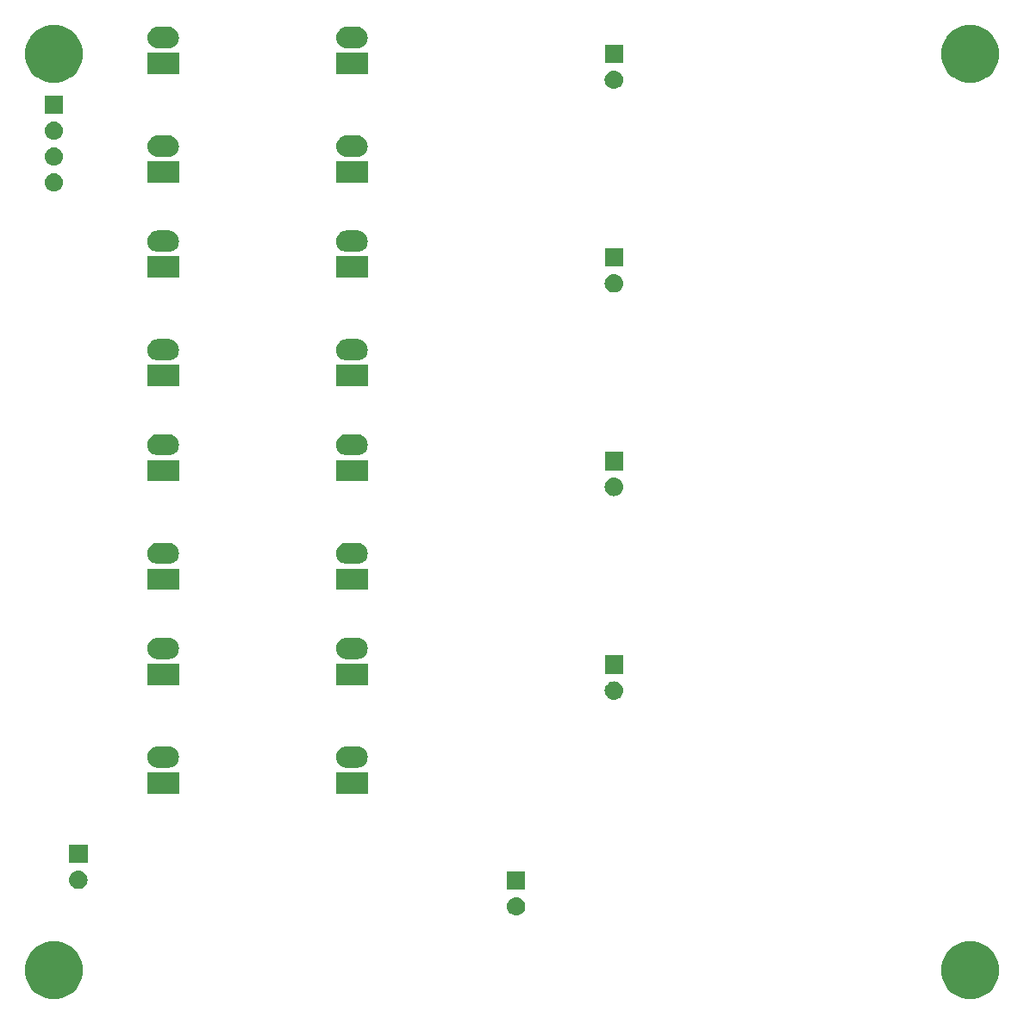
<source format=gbs>
G04 #@! TF.GenerationSoftware,KiCad,Pcbnew,5.1.2-f72e74a~84~ubuntu18.04.1*
G04 #@! TF.CreationDate,2019-05-25T15:58:10+08:00*
G04 #@! TF.ProjectId,power-board-tryout,706f7765-722d-4626-9f61-72642d747279,rev?*
G04 #@! TF.SameCoordinates,Original*
G04 #@! TF.FileFunction,Soldermask,Bot*
G04 #@! TF.FilePolarity,Negative*
%FSLAX46Y46*%
G04 Gerber Fmt 4.6, Leading zero omitted, Abs format (unit mm)*
G04 Created by KiCad (PCBNEW 5.1.2-f72e74a~84~ubuntu18.04.1) date 2019-05-25 15:58:10*
%MOMM*%
%LPD*%
G04 APERTURE LIST*
%ADD10C,1.200000*%
%ADD11C,0.100000*%
G04 APERTURE END LIST*
D10*
X56905000Y-55000000D02*
G75*
G03X56905000Y-55000000I-1905000J0D01*
G01*
X146905000Y-55000000D02*
G75*
G03X146905000Y-55000000I-1905000J0D01*
G01*
X56905000Y-145000000D02*
G75*
G03X56905000Y-145000000I-1905000J0D01*
G01*
X146905000Y-145000000D02*
G75*
G03X146905000Y-145000000I-1905000J0D01*
G01*
D11*
G36*
X145831313Y-142259523D02*
G01*
X146349980Y-142474362D01*
X146349981Y-142474363D01*
X146816769Y-142786260D01*
X147213740Y-143183231D01*
X147422143Y-143495129D01*
X147525638Y-143650020D01*
X147740477Y-144168687D01*
X147850000Y-144719298D01*
X147850000Y-145280702D01*
X147740477Y-145831313D01*
X147525638Y-146349980D01*
X147525637Y-146349981D01*
X147213740Y-146816769D01*
X146816769Y-147213740D01*
X146504871Y-147422143D01*
X146349980Y-147525638D01*
X145831313Y-147740477D01*
X145280702Y-147850000D01*
X144719298Y-147850000D01*
X144168687Y-147740477D01*
X143650020Y-147525638D01*
X143495129Y-147422143D01*
X143183231Y-147213740D01*
X142786260Y-146816769D01*
X142474363Y-146349981D01*
X142474362Y-146349980D01*
X142259523Y-145831313D01*
X142150000Y-145280702D01*
X142150000Y-144719298D01*
X142259523Y-144168687D01*
X142474362Y-143650020D01*
X142577857Y-143495129D01*
X142786260Y-143183231D01*
X143183231Y-142786260D01*
X143650019Y-142474363D01*
X143650020Y-142474362D01*
X144168687Y-142259523D01*
X144719298Y-142150000D01*
X145280702Y-142150000D01*
X145831313Y-142259523D01*
X145831313Y-142259523D01*
G37*
G36*
X55831313Y-142259523D02*
G01*
X56349980Y-142474362D01*
X56349981Y-142474363D01*
X56816769Y-142786260D01*
X57213740Y-143183231D01*
X57422143Y-143495129D01*
X57525638Y-143650020D01*
X57740477Y-144168687D01*
X57850000Y-144719298D01*
X57850000Y-145280702D01*
X57740477Y-145831313D01*
X57525638Y-146349980D01*
X57525637Y-146349981D01*
X57213740Y-146816769D01*
X56816769Y-147213740D01*
X56504871Y-147422143D01*
X56349980Y-147525638D01*
X55831313Y-147740477D01*
X55280702Y-147850000D01*
X54719298Y-147850000D01*
X54168687Y-147740477D01*
X53650020Y-147525638D01*
X53495129Y-147422143D01*
X53183231Y-147213740D01*
X52786260Y-146816769D01*
X52474363Y-146349981D01*
X52474362Y-146349980D01*
X52259523Y-145831313D01*
X52150000Y-145280702D01*
X52150000Y-144719298D01*
X52259523Y-144168687D01*
X52474362Y-143650020D01*
X52577857Y-143495129D01*
X52786260Y-143183231D01*
X53183231Y-142786260D01*
X53650019Y-142474363D01*
X53650020Y-142474362D01*
X54168687Y-142259523D01*
X54719298Y-142150000D01*
X55280702Y-142150000D01*
X55831313Y-142259523D01*
X55831313Y-142259523D01*
G37*
G36*
X100510442Y-137845518D02*
G01*
X100576627Y-137852037D01*
X100746466Y-137903557D01*
X100902991Y-137987222D01*
X100938729Y-138016552D01*
X101040186Y-138099814D01*
X101123448Y-138201271D01*
X101152778Y-138237009D01*
X101236443Y-138393534D01*
X101287963Y-138563373D01*
X101305359Y-138740000D01*
X101287963Y-138916627D01*
X101236443Y-139086466D01*
X101152778Y-139242991D01*
X101123448Y-139278729D01*
X101040186Y-139380186D01*
X100938729Y-139463448D01*
X100902991Y-139492778D01*
X100746466Y-139576443D01*
X100576627Y-139627963D01*
X100510442Y-139634482D01*
X100444260Y-139641000D01*
X100355740Y-139641000D01*
X100289558Y-139634482D01*
X100223373Y-139627963D01*
X100053534Y-139576443D01*
X99897009Y-139492778D01*
X99861271Y-139463448D01*
X99759814Y-139380186D01*
X99676552Y-139278729D01*
X99647222Y-139242991D01*
X99563557Y-139086466D01*
X99512037Y-138916627D01*
X99494641Y-138740000D01*
X99512037Y-138563373D01*
X99563557Y-138393534D01*
X99647222Y-138237009D01*
X99676552Y-138201271D01*
X99759814Y-138099814D01*
X99861271Y-138016552D01*
X99897009Y-137987222D01*
X100053534Y-137903557D01*
X100223373Y-137852037D01*
X100289558Y-137845518D01*
X100355740Y-137839000D01*
X100444260Y-137839000D01*
X100510442Y-137845518D01*
X100510442Y-137845518D01*
G37*
G36*
X101301000Y-137101000D02*
G01*
X99499000Y-137101000D01*
X99499000Y-135299000D01*
X101301000Y-135299000D01*
X101301000Y-137101000D01*
X101301000Y-137101000D01*
G37*
G36*
X57510443Y-135245519D02*
G01*
X57576627Y-135252037D01*
X57746466Y-135303557D01*
X57902991Y-135387222D01*
X57938729Y-135416552D01*
X58040186Y-135499814D01*
X58123448Y-135601271D01*
X58152778Y-135637009D01*
X58236443Y-135793534D01*
X58287963Y-135963373D01*
X58305359Y-136140000D01*
X58287963Y-136316627D01*
X58236443Y-136486466D01*
X58152778Y-136642991D01*
X58123448Y-136678729D01*
X58040186Y-136780186D01*
X57938729Y-136863448D01*
X57902991Y-136892778D01*
X57746466Y-136976443D01*
X57576627Y-137027963D01*
X57510442Y-137034482D01*
X57444260Y-137041000D01*
X57355740Y-137041000D01*
X57289558Y-137034482D01*
X57223373Y-137027963D01*
X57053534Y-136976443D01*
X56897009Y-136892778D01*
X56861271Y-136863448D01*
X56759814Y-136780186D01*
X56676552Y-136678729D01*
X56647222Y-136642991D01*
X56563557Y-136486466D01*
X56512037Y-136316627D01*
X56494641Y-136140000D01*
X56512037Y-135963373D01*
X56563557Y-135793534D01*
X56647222Y-135637009D01*
X56676552Y-135601271D01*
X56759814Y-135499814D01*
X56861271Y-135416552D01*
X56897009Y-135387222D01*
X57053534Y-135303557D01*
X57223373Y-135252037D01*
X57289557Y-135245519D01*
X57355740Y-135239000D01*
X57444260Y-135239000D01*
X57510443Y-135245519D01*
X57510443Y-135245519D01*
G37*
G36*
X58301000Y-134501000D02*
G01*
X56499000Y-134501000D01*
X56499000Y-132699000D01*
X58301000Y-132699000D01*
X58301000Y-134501000D01*
X58301000Y-134501000D01*
G37*
G36*
X67280000Y-127655000D02*
G01*
X64178000Y-127655000D01*
X64178000Y-125553000D01*
X67280000Y-125553000D01*
X67280000Y-127655000D01*
X67280000Y-127655000D01*
G37*
G36*
X85822000Y-127655000D02*
G01*
X82720000Y-127655000D01*
X82720000Y-125553000D01*
X85822000Y-125553000D01*
X85822000Y-127655000D01*
X85822000Y-127655000D01*
G37*
G36*
X66332097Y-123018069D02*
G01*
X66435032Y-123028207D01*
X66633146Y-123088305D01*
X66633149Y-123088306D01*
X66729975Y-123140061D01*
X66815729Y-123185897D01*
X66975765Y-123317235D01*
X67107103Y-123477271D01*
X67152939Y-123563025D01*
X67204694Y-123659851D01*
X67204695Y-123659854D01*
X67264793Y-123857968D01*
X67285085Y-124064000D01*
X67264793Y-124270032D01*
X67204695Y-124468146D01*
X67204694Y-124468149D01*
X67152939Y-124564975D01*
X67107103Y-124650729D01*
X66975765Y-124810765D01*
X66815729Y-124942103D01*
X66729975Y-124987939D01*
X66633149Y-125039694D01*
X66633146Y-125039695D01*
X66435032Y-125099793D01*
X66332097Y-125109931D01*
X66280631Y-125115000D01*
X65177369Y-125115000D01*
X65125903Y-125109931D01*
X65022968Y-125099793D01*
X64824854Y-125039695D01*
X64824851Y-125039694D01*
X64728025Y-124987939D01*
X64642271Y-124942103D01*
X64482235Y-124810765D01*
X64350897Y-124650729D01*
X64305061Y-124564975D01*
X64253306Y-124468149D01*
X64253305Y-124468146D01*
X64193207Y-124270032D01*
X64172915Y-124064000D01*
X64193207Y-123857968D01*
X64253305Y-123659854D01*
X64253306Y-123659851D01*
X64305061Y-123563025D01*
X64350897Y-123477271D01*
X64482235Y-123317235D01*
X64642271Y-123185897D01*
X64728025Y-123140061D01*
X64824851Y-123088306D01*
X64824854Y-123088305D01*
X65022968Y-123028207D01*
X65125903Y-123018069D01*
X65177369Y-123013000D01*
X66280631Y-123013000D01*
X66332097Y-123018069D01*
X66332097Y-123018069D01*
G37*
G36*
X84874097Y-123018069D02*
G01*
X84977032Y-123028207D01*
X85175146Y-123088305D01*
X85175149Y-123088306D01*
X85271975Y-123140061D01*
X85357729Y-123185897D01*
X85517765Y-123317235D01*
X85649103Y-123477271D01*
X85694939Y-123563025D01*
X85746694Y-123659851D01*
X85746695Y-123659854D01*
X85806793Y-123857968D01*
X85827085Y-124064000D01*
X85806793Y-124270032D01*
X85746695Y-124468146D01*
X85746694Y-124468149D01*
X85694939Y-124564975D01*
X85649103Y-124650729D01*
X85517765Y-124810765D01*
X85357729Y-124942103D01*
X85271975Y-124987939D01*
X85175149Y-125039694D01*
X85175146Y-125039695D01*
X84977032Y-125099793D01*
X84874097Y-125109931D01*
X84822631Y-125115000D01*
X83719369Y-125115000D01*
X83667903Y-125109931D01*
X83564968Y-125099793D01*
X83366854Y-125039695D01*
X83366851Y-125039694D01*
X83270025Y-124987939D01*
X83184271Y-124942103D01*
X83024235Y-124810765D01*
X82892897Y-124650729D01*
X82847061Y-124564975D01*
X82795306Y-124468149D01*
X82795305Y-124468146D01*
X82735207Y-124270032D01*
X82714915Y-124064000D01*
X82735207Y-123857968D01*
X82795305Y-123659854D01*
X82795306Y-123659851D01*
X82847061Y-123563025D01*
X82892897Y-123477271D01*
X83024235Y-123317235D01*
X83184271Y-123185897D01*
X83270025Y-123140061D01*
X83366851Y-123088306D01*
X83366854Y-123088305D01*
X83564968Y-123028207D01*
X83667903Y-123018069D01*
X83719369Y-123013000D01*
X84822631Y-123013000D01*
X84874097Y-123018069D01*
X84874097Y-123018069D01*
G37*
G36*
X110110442Y-116645518D02*
G01*
X110176627Y-116652037D01*
X110346466Y-116703557D01*
X110502991Y-116787222D01*
X110538729Y-116816552D01*
X110640186Y-116899814D01*
X110723448Y-117001271D01*
X110752778Y-117037009D01*
X110836443Y-117193534D01*
X110887963Y-117363373D01*
X110905359Y-117540000D01*
X110887963Y-117716627D01*
X110836443Y-117886466D01*
X110752778Y-118042991D01*
X110723448Y-118078729D01*
X110640186Y-118180186D01*
X110538729Y-118263448D01*
X110502991Y-118292778D01*
X110346466Y-118376443D01*
X110176627Y-118427963D01*
X110110442Y-118434482D01*
X110044260Y-118441000D01*
X109955740Y-118441000D01*
X109889558Y-118434482D01*
X109823373Y-118427963D01*
X109653534Y-118376443D01*
X109497009Y-118292778D01*
X109461271Y-118263448D01*
X109359814Y-118180186D01*
X109276552Y-118078729D01*
X109247222Y-118042991D01*
X109163557Y-117886466D01*
X109112037Y-117716627D01*
X109094641Y-117540000D01*
X109112037Y-117363373D01*
X109163557Y-117193534D01*
X109247222Y-117037009D01*
X109276552Y-117001271D01*
X109359814Y-116899814D01*
X109461271Y-116816552D01*
X109497009Y-116787222D01*
X109653534Y-116703557D01*
X109823373Y-116652037D01*
X109889558Y-116645518D01*
X109955740Y-116639000D01*
X110044260Y-116639000D01*
X110110442Y-116645518D01*
X110110442Y-116645518D01*
G37*
G36*
X67280000Y-116987000D02*
G01*
X64178000Y-116987000D01*
X64178000Y-114885000D01*
X67280000Y-114885000D01*
X67280000Y-116987000D01*
X67280000Y-116987000D01*
G37*
G36*
X85822000Y-116987000D02*
G01*
X82720000Y-116987000D01*
X82720000Y-114885000D01*
X85822000Y-114885000D01*
X85822000Y-116987000D01*
X85822000Y-116987000D01*
G37*
G36*
X110901000Y-115901000D02*
G01*
X109099000Y-115901000D01*
X109099000Y-114099000D01*
X110901000Y-114099000D01*
X110901000Y-115901000D01*
X110901000Y-115901000D01*
G37*
G36*
X84874097Y-112350069D02*
G01*
X84977032Y-112360207D01*
X85175146Y-112420305D01*
X85175149Y-112420306D01*
X85271975Y-112472061D01*
X85357729Y-112517897D01*
X85517765Y-112649235D01*
X85649103Y-112809271D01*
X85694939Y-112895025D01*
X85746694Y-112991851D01*
X85746695Y-112991854D01*
X85806793Y-113189968D01*
X85827085Y-113396000D01*
X85806793Y-113602032D01*
X85746695Y-113800146D01*
X85746694Y-113800149D01*
X85694939Y-113896975D01*
X85649103Y-113982729D01*
X85517765Y-114142765D01*
X85357729Y-114274103D01*
X85271975Y-114319939D01*
X85175149Y-114371694D01*
X85175146Y-114371695D01*
X84977032Y-114431793D01*
X84874097Y-114441931D01*
X84822631Y-114447000D01*
X83719369Y-114447000D01*
X83667903Y-114441931D01*
X83564968Y-114431793D01*
X83366854Y-114371695D01*
X83366851Y-114371694D01*
X83270025Y-114319939D01*
X83184271Y-114274103D01*
X83024235Y-114142765D01*
X82892897Y-113982729D01*
X82847061Y-113896975D01*
X82795306Y-113800149D01*
X82795305Y-113800146D01*
X82735207Y-113602032D01*
X82714915Y-113396000D01*
X82735207Y-113189968D01*
X82795305Y-112991854D01*
X82795306Y-112991851D01*
X82847061Y-112895025D01*
X82892897Y-112809271D01*
X83024235Y-112649235D01*
X83184271Y-112517897D01*
X83270025Y-112472061D01*
X83366851Y-112420306D01*
X83366854Y-112420305D01*
X83564968Y-112360207D01*
X83667903Y-112350069D01*
X83719369Y-112345000D01*
X84822631Y-112345000D01*
X84874097Y-112350069D01*
X84874097Y-112350069D01*
G37*
G36*
X66332097Y-112350069D02*
G01*
X66435032Y-112360207D01*
X66633146Y-112420305D01*
X66633149Y-112420306D01*
X66729975Y-112472061D01*
X66815729Y-112517897D01*
X66975765Y-112649235D01*
X67107103Y-112809271D01*
X67152939Y-112895025D01*
X67204694Y-112991851D01*
X67204695Y-112991854D01*
X67264793Y-113189968D01*
X67285085Y-113396000D01*
X67264793Y-113602032D01*
X67204695Y-113800146D01*
X67204694Y-113800149D01*
X67152939Y-113896975D01*
X67107103Y-113982729D01*
X66975765Y-114142765D01*
X66815729Y-114274103D01*
X66729975Y-114319939D01*
X66633149Y-114371694D01*
X66633146Y-114371695D01*
X66435032Y-114431793D01*
X66332097Y-114441931D01*
X66280631Y-114447000D01*
X65177369Y-114447000D01*
X65125903Y-114441931D01*
X65022968Y-114431793D01*
X64824854Y-114371695D01*
X64824851Y-114371694D01*
X64728025Y-114319939D01*
X64642271Y-114274103D01*
X64482235Y-114142765D01*
X64350897Y-113982729D01*
X64305061Y-113896975D01*
X64253306Y-113800149D01*
X64253305Y-113800146D01*
X64193207Y-113602032D01*
X64172915Y-113396000D01*
X64193207Y-113189968D01*
X64253305Y-112991854D01*
X64253306Y-112991851D01*
X64305061Y-112895025D01*
X64350897Y-112809271D01*
X64482235Y-112649235D01*
X64642271Y-112517897D01*
X64728025Y-112472061D01*
X64824851Y-112420306D01*
X64824854Y-112420305D01*
X65022968Y-112360207D01*
X65125903Y-112350069D01*
X65177369Y-112345000D01*
X66280631Y-112345000D01*
X66332097Y-112350069D01*
X66332097Y-112350069D01*
G37*
G36*
X85822000Y-107655000D02*
G01*
X82720000Y-107655000D01*
X82720000Y-105553000D01*
X85822000Y-105553000D01*
X85822000Y-107655000D01*
X85822000Y-107655000D01*
G37*
G36*
X67280000Y-107655000D02*
G01*
X64178000Y-107655000D01*
X64178000Y-105553000D01*
X67280000Y-105553000D01*
X67280000Y-107655000D01*
X67280000Y-107655000D01*
G37*
G36*
X66332097Y-103018069D02*
G01*
X66435032Y-103028207D01*
X66633146Y-103088305D01*
X66633149Y-103088306D01*
X66729975Y-103140061D01*
X66815729Y-103185897D01*
X66975765Y-103317235D01*
X67107103Y-103477271D01*
X67152939Y-103563025D01*
X67204694Y-103659851D01*
X67204695Y-103659854D01*
X67264793Y-103857968D01*
X67285085Y-104064000D01*
X67264793Y-104270032D01*
X67204695Y-104468146D01*
X67204694Y-104468149D01*
X67152939Y-104564975D01*
X67107103Y-104650729D01*
X66975765Y-104810765D01*
X66815729Y-104942103D01*
X66729975Y-104987939D01*
X66633149Y-105039694D01*
X66633146Y-105039695D01*
X66435032Y-105099793D01*
X66332097Y-105109931D01*
X66280631Y-105115000D01*
X65177369Y-105115000D01*
X65125903Y-105109931D01*
X65022968Y-105099793D01*
X64824854Y-105039695D01*
X64824851Y-105039694D01*
X64728025Y-104987939D01*
X64642271Y-104942103D01*
X64482235Y-104810765D01*
X64350897Y-104650729D01*
X64305061Y-104564975D01*
X64253306Y-104468149D01*
X64253305Y-104468146D01*
X64193207Y-104270032D01*
X64172915Y-104064000D01*
X64193207Y-103857968D01*
X64253305Y-103659854D01*
X64253306Y-103659851D01*
X64305061Y-103563025D01*
X64350897Y-103477271D01*
X64482235Y-103317235D01*
X64642271Y-103185897D01*
X64728025Y-103140061D01*
X64824851Y-103088306D01*
X64824854Y-103088305D01*
X65022968Y-103028207D01*
X65125903Y-103018069D01*
X65177369Y-103013000D01*
X66280631Y-103013000D01*
X66332097Y-103018069D01*
X66332097Y-103018069D01*
G37*
G36*
X84874097Y-103018069D02*
G01*
X84977032Y-103028207D01*
X85175146Y-103088305D01*
X85175149Y-103088306D01*
X85271975Y-103140061D01*
X85357729Y-103185897D01*
X85517765Y-103317235D01*
X85649103Y-103477271D01*
X85694939Y-103563025D01*
X85746694Y-103659851D01*
X85746695Y-103659854D01*
X85806793Y-103857968D01*
X85827085Y-104064000D01*
X85806793Y-104270032D01*
X85746695Y-104468146D01*
X85746694Y-104468149D01*
X85694939Y-104564975D01*
X85649103Y-104650729D01*
X85517765Y-104810765D01*
X85357729Y-104942103D01*
X85271975Y-104987939D01*
X85175149Y-105039694D01*
X85175146Y-105039695D01*
X84977032Y-105099793D01*
X84874097Y-105109931D01*
X84822631Y-105115000D01*
X83719369Y-105115000D01*
X83667903Y-105109931D01*
X83564968Y-105099793D01*
X83366854Y-105039695D01*
X83366851Y-105039694D01*
X83270025Y-104987939D01*
X83184271Y-104942103D01*
X83024235Y-104810765D01*
X82892897Y-104650729D01*
X82847061Y-104564975D01*
X82795306Y-104468149D01*
X82795305Y-104468146D01*
X82735207Y-104270032D01*
X82714915Y-104064000D01*
X82735207Y-103857968D01*
X82795305Y-103659854D01*
X82795306Y-103659851D01*
X82847061Y-103563025D01*
X82892897Y-103477271D01*
X83024235Y-103317235D01*
X83184271Y-103185897D01*
X83270025Y-103140061D01*
X83366851Y-103088306D01*
X83366854Y-103088305D01*
X83564968Y-103028207D01*
X83667903Y-103018069D01*
X83719369Y-103013000D01*
X84822631Y-103013000D01*
X84874097Y-103018069D01*
X84874097Y-103018069D01*
G37*
G36*
X110110442Y-96645518D02*
G01*
X110176627Y-96652037D01*
X110346466Y-96703557D01*
X110502991Y-96787222D01*
X110538729Y-96816552D01*
X110640186Y-96899814D01*
X110723448Y-97001271D01*
X110752778Y-97037009D01*
X110836443Y-97193534D01*
X110887963Y-97363373D01*
X110905359Y-97540000D01*
X110887963Y-97716627D01*
X110836443Y-97886466D01*
X110752778Y-98042991D01*
X110723448Y-98078729D01*
X110640186Y-98180186D01*
X110538729Y-98263448D01*
X110502991Y-98292778D01*
X110346466Y-98376443D01*
X110176627Y-98427963D01*
X110110442Y-98434482D01*
X110044260Y-98441000D01*
X109955740Y-98441000D01*
X109889557Y-98434481D01*
X109823373Y-98427963D01*
X109653534Y-98376443D01*
X109497009Y-98292778D01*
X109461271Y-98263448D01*
X109359814Y-98180186D01*
X109276552Y-98078729D01*
X109247222Y-98042991D01*
X109163557Y-97886466D01*
X109112037Y-97716627D01*
X109094641Y-97540000D01*
X109112037Y-97363373D01*
X109163557Y-97193534D01*
X109247222Y-97037009D01*
X109276552Y-97001271D01*
X109359814Y-96899814D01*
X109461271Y-96816552D01*
X109497009Y-96787222D01*
X109653534Y-96703557D01*
X109823373Y-96652037D01*
X109889558Y-96645518D01*
X109955740Y-96639000D01*
X110044260Y-96639000D01*
X110110442Y-96645518D01*
X110110442Y-96645518D01*
G37*
G36*
X85822000Y-96987000D02*
G01*
X82720000Y-96987000D01*
X82720000Y-94885000D01*
X85822000Y-94885000D01*
X85822000Y-96987000D01*
X85822000Y-96987000D01*
G37*
G36*
X67280000Y-96987000D02*
G01*
X64178000Y-96987000D01*
X64178000Y-94885000D01*
X67280000Y-94885000D01*
X67280000Y-96987000D01*
X67280000Y-96987000D01*
G37*
G36*
X110901000Y-95901000D02*
G01*
X109099000Y-95901000D01*
X109099000Y-94099000D01*
X110901000Y-94099000D01*
X110901000Y-95901000D01*
X110901000Y-95901000D01*
G37*
G36*
X66332097Y-92350069D02*
G01*
X66435032Y-92360207D01*
X66633146Y-92420305D01*
X66633149Y-92420306D01*
X66729975Y-92472061D01*
X66815729Y-92517897D01*
X66975765Y-92649235D01*
X67107103Y-92809271D01*
X67152939Y-92895025D01*
X67204694Y-92991851D01*
X67204695Y-92991854D01*
X67264793Y-93189968D01*
X67285085Y-93396000D01*
X67264793Y-93602032D01*
X67204695Y-93800146D01*
X67204694Y-93800149D01*
X67152939Y-93896975D01*
X67107103Y-93982729D01*
X66975765Y-94142765D01*
X66815729Y-94274103D01*
X66729975Y-94319939D01*
X66633149Y-94371694D01*
X66633146Y-94371695D01*
X66435032Y-94431793D01*
X66332097Y-94441931D01*
X66280631Y-94447000D01*
X65177369Y-94447000D01*
X65125903Y-94441931D01*
X65022968Y-94431793D01*
X64824854Y-94371695D01*
X64824851Y-94371694D01*
X64728025Y-94319939D01*
X64642271Y-94274103D01*
X64482235Y-94142765D01*
X64350897Y-93982729D01*
X64305061Y-93896975D01*
X64253306Y-93800149D01*
X64253305Y-93800146D01*
X64193207Y-93602032D01*
X64172915Y-93396000D01*
X64193207Y-93189968D01*
X64253305Y-92991854D01*
X64253306Y-92991851D01*
X64305061Y-92895025D01*
X64350897Y-92809271D01*
X64482235Y-92649235D01*
X64642271Y-92517897D01*
X64728025Y-92472061D01*
X64824851Y-92420306D01*
X64824854Y-92420305D01*
X65022968Y-92360207D01*
X65125903Y-92350069D01*
X65177369Y-92345000D01*
X66280631Y-92345000D01*
X66332097Y-92350069D01*
X66332097Y-92350069D01*
G37*
G36*
X84874097Y-92350069D02*
G01*
X84977032Y-92360207D01*
X85175146Y-92420305D01*
X85175149Y-92420306D01*
X85271975Y-92472061D01*
X85357729Y-92517897D01*
X85517765Y-92649235D01*
X85649103Y-92809271D01*
X85694939Y-92895025D01*
X85746694Y-92991851D01*
X85746695Y-92991854D01*
X85806793Y-93189968D01*
X85827085Y-93396000D01*
X85806793Y-93602032D01*
X85746695Y-93800146D01*
X85746694Y-93800149D01*
X85694939Y-93896975D01*
X85649103Y-93982729D01*
X85517765Y-94142765D01*
X85357729Y-94274103D01*
X85271975Y-94319939D01*
X85175149Y-94371694D01*
X85175146Y-94371695D01*
X84977032Y-94431793D01*
X84874097Y-94441931D01*
X84822631Y-94447000D01*
X83719369Y-94447000D01*
X83667903Y-94441931D01*
X83564968Y-94431793D01*
X83366854Y-94371695D01*
X83366851Y-94371694D01*
X83270025Y-94319939D01*
X83184271Y-94274103D01*
X83024235Y-94142765D01*
X82892897Y-93982729D01*
X82847061Y-93896975D01*
X82795306Y-93800149D01*
X82795305Y-93800146D01*
X82735207Y-93602032D01*
X82714915Y-93396000D01*
X82735207Y-93189968D01*
X82795305Y-92991854D01*
X82795306Y-92991851D01*
X82847061Y-92895025D01*
X82892897Y-92809271D01*
X83024235Y-92649235D01*
X83184271Y-92517897D01*
X83270025Y-92472061D01*
X83366851Y-92420306D01*
X83366854Y-92420305D01*
X83564968Y-92360207D01*
X83667903Y-92350069D01*
X83719369Y-92345000D01*
X84822631Y-92345000D01*
X84874097Y-92350069D01*
X84874097Y-92350069D01*
G37*
G36*
X85822000Y-87655000D02*
G01*
X82720000Y-87655000D01*
X82720000Y-85553000D01*
X85822000Y-85553000D01*
X85822000Y-87655000D01*
X85822000Y-87655000D01*
G37*
G36*
X67280000Y-87655000D02*
G01*
X64178000Y-87655000D01*
X64178000Y-85553000D01*
X67280000Y-85553000D01*
X67280000Y-87655000D01*
X67280000Y-87655000D01*
G37*
G36*
X84874097Y-83018069D02*
G01*
X84977032Y-83028207D01*
X85175146Y-83088305D01*
X85175149Y-83088306D01*
X85271975Y-83140061D01*
X85357729Y-83185897D01*
X85517765Y-83317235D01*
X85649103Y-83477271D01*
X85694939Y-83563025D01*
X85746694Y-83659851D01*
X85746695Y-83659854D01*
X85806793Y-83857968D01*
X85827085Y-84064000D01*
X85806793Y-84270032D01*
X85746695Y-84468146D01*
X85746694Y-84468149D01*
X85694939Y-84564975D01*
X85649103Y-84650729D01*
X85517765Y-84810765D01*
X85357729Y-84942103D01*
X85271975Y-84987939D01*
X85175149Y-85039694D01*
X85175146Y-85039695D01*
X84977032Y-85099793D01*
X84874097Y-85109931D01*
X84822631Y-85115000D01*
X83719369Y-85115000D01*
X83667903Y-85109931D01*
X83564968Y-85099793D01*
X83366854Y-85039695D01*
X83366851Y-85039694D01*
X83270025Y-84987939D01*
X83184271Y-84942103D01*
X83024235Y-84810765D01*
X82892897Y-84650729D01*
X82847061Y-84564975D01*
X82795306Y-84468149D01*
X82795305Y-84468146D01*
X82735207Y-84270032D01*
X82714915Y-84064000D01*
X82735207Y-83857968D01*
X82795305Y-83659854D01*
X82795306Y-83659851D01*
X82847061Y-83563025D01*
X82892897Y-83477271D01*
X83024235Y-83317235D01*
X83184271Y-83185897D01*
X83270025Y-83140061D01*
X83366851Y-83088306D01*
X83366854Y-83088305D01*
X83564968Y-83028207D01*
X83667903Y-83018069D01*
X83719369Y-83013000D01*
X84822631Y-83013000D01*
X84874097Y-83018069D01*
X84874097Y-83018069D01*
G37*
G36*
X66332097Y-83018069D02*
G01*
X66435032Y-83028207D01*
X66633146Y-83088305D01*
X66633149Y-83088306D01*
X66729975Y-83140061D01*
X66815729Y-83185897D01*
X66975765Y-83317235D01*
X67107103Y-83477271D01*
X67152939Y-83563025D01*
X67204694Y-83659851D01*
X67204695Y-83659854D01*
X67264793Y-83857968D01*
X67285085Y-84064000D01*
X67264793Y-84270032D01*
X67204695Y-84468146D01*
X67204694Y-84468149D01*
X67152939Y-84564975D01*
X67107103Y-84650729D01*
X66975765Y-84810765D01*
X66815729Y-84942103D01*
X66729975Y-84987939D01*
X66633149Y-85039694D01*
X66633146Y-85039695D01*
X66435032Y-85099793D01*
X66332097Y-85109931D01*
X66280631Y-85115000D01*
X65177369Y-85115000D01*
X65125903Y-85109931D01*
X65022968Y-85099793D01*
X64824854Y-85039695D01*
X64824851Y-85039694D01*
X64728025Y-84987939D01*
X64642271Y-84942103D01*
X64482235Y-84810765D01*
X64350897Y-84650729D01*
X64305061Y-84564975D01*
X64253306Y-84468149D01*
X64253305Y-84468146D01*
X64193207Y-84270032D01*
X64172915Y-84064000D01*
X64193207Y-83857968D01*
X64253305Y-83659854D01*
X64253306Y-83659851D01*
X64305061Y-83563025D01*
X64350897Y-83477271D01*
X64482235Y-83317235D01*
X64642271Y-83185897D01*
X64728025Y-83140061D01*
X64824851Y-83088306D01*
X64824854Y-83088305D01*
X65022968Y-83028207D01*
X65125903Y-83018069D01*
X65177369Y-83013000D01*
X66280631Y-83013000D01*
X66332097Y-83018069D01*
X66332097Y-83018069D01*
G37*
G36*
X110110442Y-76645518D02*
G01*
X110176627Y-76652037D01*
X110346466Y-76703557D01*
X110502991Y-76787222D01*
X110538729Y-76816552D01*
X110640186Y-76899814D01*
X110723448Y-77001271D01*
X110752778Y-77037009D01*
X110836443Y-77193534D01*
X110887963Y-77363373D01*
X110905359Y-77540000D01*
X110887963Y-77716627D01*
X110836443Y-77886466D01*
X110752778Y-78042991D01*
X110723448Y-78078729D01*
X110640186Y-78180186D01*
X110538729Y-78263448D01*
X110502991Y-78292778D01*
X110346466Y-78376443D01*
X110176627Y-78427963D01*
X110110442Y-78434482D01*
X110044260Y-78441000D01*
X109955740Y-78441000D01*
X109889558Y-78434482D01*
X109823373Y-78427963D01*
X109653534Y-78376443D01*
X109497009Y-78292778D01*
X109461271Y-78263448D01*
X109359814Y-78180186D01*
X109276552Y-78078729D01*
X109247222Y-78042991D01*
X109163557Y-77886466D01*
X109112037Y-77716627D01*
X109094641Y-77540000D01*
X109112037Y-77363373D01*
X109163557Y-77193534D01*
X109247222Y-77037009D01*
X109276552Y-77001271D01*
X109359814Y-76899814D01*
X109461271Y-76816552D01*
X109497009Y-76787222D01*
X109653534Y-76703557D01*
X109823373Y-76652037D01*
X109889558Y-76645518D01*
X109955740Y-76639000D01*
X110044260Y-76639000D01*
X110110442Y-76645518D01*
X110110442Y-76645518D01*
G37*
G36*
X85822000Y-76987000D02*
G01*
X82720000Y-76987000D01*
X82720000Y-74885000D01*
X85822000Y-74885000D01*
X85822000Y-76987000D01*
X85822000Y-76987000D01*
G37*
G36*
X67280000Y-76987000D02*
G01*
X64178000Y-76987000D01*
X64178000Y-74885000D01*
X67280000Y-74885000D01*
X67280000Y-76987000D01*
X67280000Y-76987000D01*
G37*
G36*
X110901000Y-75901000D02*
G01*
X109099000Y-75901000D01*
X109099000Y-74099000D01*
X110901000Y-74099000D01*
X110901000Y-75901000D01*
X110901000Y-75901000D01*
G37*
G36*
X66332097Y-72350069D02*
G01*
X66435032Y-72360207D01*
X66633146Y-72420305D01*
X66633149Y-72420306D01*
X66729975Y-72472061D01*
X66815729Y-72517897D01*
X66975765Y-72649235D01*
X67107103Y-72809271D01*
X67152939Y-72895025D01*
X67204694Y-72991851D01*
X67204695Y-72991854D01*
X67264793Y-73189968D01*
X67285085Y-73396000D01*
X67264793Y-73602032D01*
X67204695Y-73800146D01*
X67204694Y-73800149D01*
X67152939Y-73896975D01*
X67107103Y-73982729D01*
X66975765Y-74142765D01*
X66815729Y-74274103D01*
X66729975Y-74319939D01*
X66633149Y-74371694D01*
X66633146Y-74371695D01*
X66435032Y-74431793D01*
X66332097Y-74441931D01*
X66280631Y-74447000D01*
X65177369Y-74447000D01*
X65125903Y-74441931D01*
X65022968Y-74431793D01*
X64824854Y-74371695D01*
X64824851Y-74371694D01*
X64728025Y-74319939D01*
X64642271Y-74274103D01*
X64482235Y-74142765D01*
X64350897Y-73982729D01*
X64305061Y-73896975D01*
X64253306Y-73800149D01*
X64253305Y-73800146D01*
X64193207Y-73602032D01*
X64172915Y-73396000D01*
X64193207Y-73189968D01*
X64253305Y-72991854D01*
X64253306Y-72991851D01*
X64305061Y-72895025D01*
X64350897Y-72809271D01*
X64482235Y-72649235D01*
X64642271Y-72517897D01*
X64728025Y-72472061D01*
X64824851Y-72420306D01*
X64824854Y-72420305D01*
X65022968Y-72360207D01*
X65125903Y-72350069D01*
X65177369Y-72345000D01*
X66280631Y-72345000D01*
X66332097Y-72350069D01*
X66332097Y-72350069D01*
G37*
G36*
X84874097Y-72350069D02*
G01*
X84977032Y-72360207D01*
X85175146Y-72420305D01*
X85175149Y-72420306D01*
X85271975Y-72472061D01*
X85357729Y-72517897D01*
X85517765Y-72649235D01*
X85649103Y-72809271D01*
X85694939Y-72895025D01*
X85746694Y-72991851D01*
X85746695Y-72991854D01*
X85806793Y-73189968D01*
X85827085Y-73396000D01*
X85806793Y-73602032D01*
X85746695Y-73800146D01*
X85746694Y-73800149D01*
X85694939Y-73896975D01*
X85649103Y-73982729D01*
X85517765Y-74142765D01*
X85357729Y-74274103D01*
X85271975Y-74319939D01*
X85175149Y-74371694D01*
X85175146Y-74371695D01*
X84977032Y-74431793D01*
X84874097Y-74441931D01*
X84822631Y-74447000D01*
X83719369Y-74447000D01*
X83667903Y-74441931D01*
X83564968Y-74431793D01*
X83366854Y-74371695D01*
X83366851Y-74371694D01*
X83270025Y-74319939D01*
X83184271Y-74274103D01*
X83024235Y-74142765D01*
X82892897Y-73982729D01*
X82847061Y-73896975D01*
X82795306Y-73800149D01*
X82795305Y-73800146D01*
X82735207Y-73602032D01*
X82714915Y-73396000D01*
X82735207Y-73189968D01*
X82795305Y-72991854D01*
X82795306Y-72991851D01*
X82847061Y-72895025D01*
X82892897Y-72809271D01*
X83024235Y-72649235D01*
X83184271Y-72517897D01*
X83270025Y-72472061D01*
X83366851Y-72420306D01*
X83366854Y-72420305D01*
X83564968Y-72360207D01*
X83667903Y-72350069D01*
X83719369Y-72345000D01*
X84822631Y-72345000D01*
X84874097Y-72350069D01*
X84874097Y-72350069D01*
G37*
G36*
X55110443Y-66725519D02*
G01*
X55176627Y-66732037D01*
X55346466Y-66783557D01*
X55502991Y-66867222D01*
X55538729Y-66896552D01*
X55640186Y-66979814D01*
X55723448Y-67081271D01*
X55752778Y-67117009D01*
X55836443Y-67273534D01*
X55887963Y-67443373D01*
X55905359Y-67620000D01*
X55887963Y-67796627D01*
X55836443Y-67966466D01*
X55752778Y-68122991D01*
X55723448Y-68158729D01*
X55640186Y-68260186D01*
X55538729Y-68343448D01*
X55502991Y-68372778D01*
X55346466Y-68456443D01*
X55176627Y-68507963D01*
X55110442Y-68514482D01*
X55044260Y-68521000D01*
X54955740Y-68521000D01*
X54889558Y-68514482D01*
X54823373Y-68507963D01*
X54653534Y-68456443D01*
X54497009Y-68372778D01*
X54461271Y-68343448D01*
X54359814Y-68260186D01*
X54276552Y-68158729D01*
X54247222Y-68122991D01*
X54163557Y-67966466D01*
X54112037Y-67796627D01*
X54094641Y-67620000D01*
X54112037Y-67443373D01*
X54163557Y-67273534D01*
X54247222Y-67117009D01*
X54276552Y-67081271D01*
X54359814Y-66979814D01*
X54461271Y-66896552D01*
X54497009Y-66867222D01*
X54653534Y-66783557D01*
X54823373Y-66732037D01*
X54889557Y-66725519D01*
X54955740Y-66719000D01*
X55044260Y-66719000D01*
X55110443Y-66725519D01*
X55110443Y-66725519D01*
G37*
G36*
X67280000Y-67655000D02*
G01*
X64178000Y-67655000D01*
X64178000Y-65553000D01*
X67280000Y-65553000D01*
X67280000Y-67655000D01*
X67280000Y-67655000D01*
G37*
G36*
X85822000Y-67655000D02*
G01*
X82720000Y-67655000D01*
X82720000Y-65553000D01*
X85822000Y-65553000D01*
X85822000Y-67655000D01*
X85822000Y-67655000D01*
G37*
G36*
X55110442Y-64185518D02*
G01*
X55176627Y-64192037D01*
X55346466Y-64243557D01*
X55502991Y-64327222D01*
X55538729Y-64356552D01*
X55640186Y-64439814D01*
X55723448Y-64541271D01*
X55752778Y-64577009D01*
X55836443Y-64733534D01*
X55887963Y-64903373D01*
X55905359Y-65080000D01*
X55887963Y-65256627D01*
X55836443Y-65426466D01*
X55752778Y-65582991D01*
X55723448Y-65618729D01*
X55640186Y-65720186D01*
X55538729Y-65803448D01*
X55502991Y-65832778D01*
X55346466Y-65916443D01*
X55176627Y-65967963D01*
X55110443Y-65974481D01*
X55044260Y-65981000D01*
X54955740Y-65981000D01*
X54889557Y-65974481D01*
X54823373Y-65967963D01*
X54653534Y-65916443D01*
X54497009Y-65832778D01*
X54461271Y-65803448D01*
X54359814Y-65720186D01*
X54276552Y-65618729D01*
X54247222Y-65582991D01*
X54163557Y-65426466D01*
X54112037Y-65256627D01*
X54094641Y-65080000D01*
X54112037Y-64903373D01*
X54163557Y-64733534D01*
X54247222Y-64577009D01*
X54276552Y-64541271D01*
X54359814Y-64439814D01*
X54461271Y-64356552D01*
X54497009Y-64327222D01*
X54653534Y-64243557D01*
X54823373Y-64192037D01*
X54889558Y-64185518D01*
X54955740Y-64179000D01*
X55044260Y-64179000D01*
X55110442Y-64185518D01*
X55110442Y-64185518D01*
G37*
G36*
X84874097Y-63018069D02*
G01*
X84977032Y-63028207D01*
X85175146Y-63088305D01*
X85175149Y-63088306D01*
X85271975Y-63140061D01*
X85357729Y-63185897D01*
X85517765Y-63317235D01*
X85649103Y-63477271D01*
X85694939Y-63563025D01*
X85746694Y-63659851D01*
X85746695Y-63659854D01*
X85806793Y-63857968D01*
X85827085Y-64064000D01*
X85806793Y-64270032D01*
X85755289Y-64439815D01*
X85746694Y-64468149D01*
X85694939Y-64564975D01*
X85649103Y-64650729D01*
X85517765Y-64810765D01*
X85357729Y-64942103D01*
X85271975Y-64987939D01*
X85175149Y-65039694D01*
X85175146Y-65039695D01*
X84977032Y-65099793D01*
X84874097Y-65109931D01*
X84822631Y-65115000D01*
X83719369Y-65115000D01*
X83667903Y-65109931D01*
X83564968Y-65099793D01*
X83366854Y-65039695D01*
X83366851Y-65039694D01*
X83270025Y-64987939D01*
X83184271Y-64942103D01*
X83024235Y-64810765D01*
X82892897Y-64650729D01*
X82847061Y-64564975D01*
X82795306Y-64468149D01*
X82786711Y-64439815D01*
X82735207Y-64270032D01*
X82714915Y-64064000D01*
X82735207Y-63857968D01*
X82795305Y-63659854D01*
X82795306Y-63659851D01*
X82847061Y-63563025D01*
X82892897Y-63477271D01*
X83024235Y-63317235D01*
X83184271Y-63185897D01*
X83270025Y-63140061D01*
X83366851Y-63088306D01*
X83366854Y-63088305D01*
X83564968Y-63028207D01*
X83667903Y-63018069D01*
X83719369Y-63013000D01*
X84822631Y-63013000D01*
X84874097Y-63018069D01*
X84874097Y-63018069D01*
G37*
G36*
X66332097Y-63018069D02*
G01*
X66435032Y-63028207D01*
X66633146Y-63088305D01*
X66633149Y-63088306D01*
X66729975Y-63140061D01*
X66815729Y-63185897D01*
X66975765Y-63317235D01*
X67107103Y-63477271D01*
X67152939Y-63563025D01*
X67204694Y-63659851D01*
X67204695Y-63659854D01*
X67264793Y-63857968D01*
X67285085Y-64064000D01*
X67264793Y-64270032D01*
X67213289Y-64439815D01*
X67204694Y-64468149D01*
X67152939Y-64564975D01*
X67107103Y-64650729D01*
X66975765Y-64810765D01*
X66815729Y-64942103D01*
X66729975Y-64987939D01*
X66633149Y-65039694D01*
X66633146Y-65039695D01*
X66435032Y-65099793D01*
X66332097Y-65109931D01*
X66280631Y-65115000D01*
X65177369Y-65115000D01*
X65125903Y-65109931D01*
X65022968Y-65099793D01*
X64824854Y-65039695D01*
X64824851Y-65039694D01*
X64728025Y-64987939D01*
X64642271Y-64942103D01*
X64482235Y-64810765D01*
X64350897Y-64650729D01*
X64305061Y-64564975D01*
X64253306Y-64468149D01*
X64244711Y-64439815D01*
X64193207Y-64270032D01*
X64172915Y-64064000D01*
X64193207Y-63857968D01*
X64253305Y-63659854D01*
X64253306Y-63659851D01*
X64305061Y-63563025D01*
X64350897Y-63477271D01*
X64482235Y-63317235D01*
X64642271Y-63185897D01*
X64728025Y-63140061D01*
X64824851Y-63088306D01*
X64824854Y-63088305D01*
X65022968Y-63028207D01*
X65125903Y-63018069D01*
X65177369Y-63013000D01*
X66280631Y-63013000D01*
X66332097Y-63018069D01*
X66332097Y-63018069D01*
G37*
G36*
X55110443Y-61645519D02*
G01*
X55176627Y-61652037D01*
X55346466Y-61703557D01*
X55502991Y-61787222D01*
X55538729Y-61816552D01*
X55640186Y-61899814D01*
X55723448Y-62001271D01*
X55752778Y-62037009D01*
X55836443Y-62193534D01*
X55887963Y-62363373D01*
X55905359Y-62540000D01*
X55887963Y-62716627D01*
X55836443Y-62886466D01*
X55752778Y-63042991D01*
X55723448Y-63078729D01*
X55640186Y-63180186D01*
X55538729Y-63263448D01*
X55502991Y-63292778D01*
X55346466Y-63376443D01*
X55176627Y-63427963D01*
X55110443Y-63434481D01*
X55044260Y-63441000D01*
X54955740Y-63441000D01*
X54889557Y-63434481D01*
X54823373Y-63427963D01*
X54653534Y-63376443D01*
X54497009Y-63292778D01*
X54461271Y-63263448D01*
X54359814Y-63180186D01*
X54276552Y-63078729D01*
X54247222Y-63042991D01*
X54163557Y-62886466D01*
X54112037Y-62716627D01*
X54094641Y-62540000D01*
X54112037Y-62363373D01*
X54163557Y-62193534D01*
X54247222Y-62037009D01*
X54276552Y-62001271D01*
X54359814Y-61899814D01*
X54461271Y-61816552D01*
X54497009Y-61787222D01*
X54653534Y-61703557D01*
X54823373Y-61652037D01*
X54889557Y-61645519D01*
X54955740Y-61639000D01*
X55044260Y-61639000D01*
X55110443Y-61645519D01*
X55110443Y-61645519D01*
G37*
G36*
X55901000Y-60901000D02*
G01*
X54099000Y-60901000D01*
X54099000Y-59099000D01*
X55901000Y-59099000D01*
X55901000Y-60901000D01*
X55901000Y-60901000D01*
G37*
G36*
X110110443Y-56645519D02*
G01*
X110176627Y-56652037D01*
X110346466Y-56703557D01*
X110502991Y-56787222D01*
X110538729Y-56816552D01*
X110640186Y-56899814D01*
X110723448Y-57001271D01*
X110752778Y-57037009D01*
X110836443Y-57193534D01*
X110887963Y-57363373D01*
X110905359Y-57540000D01*
X110887963Y-57716627D01*
X110836443Y-57886466D01*
X110752778Y-58042991D01*
X110723448Y-58078729D01*
X110640186Y-58180186D01*
X110538729Y-58263448D01*
X110502991Y-58292778D01*
X110346466Y-58376443D01*
X110176627Y-58427963D01*
X110110443Y-58434481D01*
X110044260Y-58441000D01*
X109955740Y-58441000D01*
X109889557Y-58434481D01*
X109823373Y-58427963D01*
X109653534Y-58376443D01*
X109497009Y-58292778D01*
X109461271Y-58263448D01*
X109359814Y-58180186D01*
X109276552Y-58078729D01*
X109247222Y-58042991D01*
X109163557Y-57886466D01*
X109112037Y-57716627D01*
X109094641Y-57540000D01*
X109112037Y-57363373D01*
X109163557Y-57193534D01*
X109247222Y-57037009D01*
X109276552Y-57001271D01*
X109359814Y-56899814D01*
X109461271Y-56816552D01*
X109497009Y-56787222D01*
X109653534Y-56703557D01*
X109823373Y-56652037D01*
X109889557Y-56645519D01*
X109955740Y-56639000D01*
X110044260Y-56639000D01*
X110110443Y-56645519D01*
X110110443Y-56645519D01*
G37*
G36*
X55831313Y-52259523D02*
G01*
X56349980Y-52474362D01*
X56504871Y-52577857D01*
X56816769Y-52786260D01*
X57213740Y-53183231D01*
X57355907Y-53396000D01*
X57525638Y-53650020D01*
X57740477Y-54168687D01*
X57850000Y-54719298D01*
X57850000Y-55280702D01*
X57740477Y-55831313D01*
X57525638Y-56349980D01*
X57525637Y-56349981D01*
X57213740Y-56816769D01*
X56816769Y-57213740D01*
X56592827Y-57363373D01*
X56349980Y-57525638D01*
X55831313Y-57740477D01*
X55280702Y-57850000D01*
X54719298Y-57850000D01*
X54168687Y-57740477D01*
X53650020Y-57525638D01*
X53407173Y-57363373D01*
X53183231Y-57213740D01*
X52786260Y-56816769D01*
X52474363Y-56349981D01*
X52474362Y-56349980D01*
X52259523Y-55831313D01*
X52150000Y-55280702D01*
X52150000Y-54719298D01*
X52259523Y-54168687D01*
X52474362Y-53650020D01*
X52644093Y-53396000D01*
X52786260Y-53183231D01*
X53183231Y-52786260D01*
X53495129Y-52577857D01*
X53650020Y-52474362D01*
X54168687Y-52259523D01*
X54719298Y-52150000D01*
X55280702Y-52150000D01*
X55831313Y-52259523D01*
X55831313Y-52259523D01*
G37*
G36*
X145831313Y-52259523D02*
G01*
X146349980Y-52474362D01*
X146504871Y-52577857D01*
X146816769Y-52786260D01*
X147213740Y-53183231D01*
X147355907Y-53396000D01*
X147525638Y-53650020D01*
X147740477Y-54168687D01*
X147850000Y-54719298D01*
X147850000Y-55280702D01*
X147740477Y-55831313D01*
X147525638Y-56349980D01*
X147525637Y-56349981D01*
X147213740Y-56816769D01*
X146816769Y-57213740D01*
X146592827Y-57363373D01*
X146349980Y-57525638D01*
X145831313Y-57740477D01*
X145280702Y-57850000D01*
X144719298Y-57850000D01*
X144168687Y-57740477D01*
X143650020Y-57525638D01*
X143407173Y-57363373D01*
X143183231Y-57213740D01*
X142786260Y-56816769D01*
X142474363Y-56349981D01*
X142474362Y-56349980D01*
X142259523Y-55831313D01*
X142150000Y-55280702D01*
X142150000Y-54719298D01*
X142259523Y-54168687D01*
X142474362Y-53650020D01*
X142644093Y-53396000D01*
X142786260Y-53183231D01*
X143183231Y-52786260D01*
X143495129Y-52577857D01*
X143650020Y-52474362D01*
X144168687Y-52259523D01*
X144719298Y-52150000D01*
X145280702Y-52150000D01*
X145831313Y-52259523D01*
X145831313Y-52259523D01*
G37*
G36*
X85822000Y-56987000D02*
G01*
X82720000Y-56987000D01*
X82720000Y-54885000D01*
X85822000Y-54885000D01*
X85822000Y-56987000D01*
X85822000Y-56987000D01*
G37*
G36*
X67280000Y-56987000D02*
G01*
X64178000Y-56987000D01*
X64178000Y-54885000D01*
X67280000Y-54885000D01*
X67280000Y-56987000D01*
X67280000Y-56987000D01*
G37*
G36*
X110901000Y-55901000D02*
G01*
X109099000Y-55901000D01*
X109099000Y-54099000D01*
X110901000Y-54099000D01*
X110901000Y-55901000D01*
X110901000Y-55901000D01*
G37*
G36*
X66332097Y-52350069D02*
G01*
X66435032Y-52360207D01*
X66633146Y-52420305D01*
X66633149Y-52420306D01*
X66729975Y-52472061D01*
X66815729Y-52517897D01*
X66975765Y-52649235D01*
X67107103Y-52809271D01*
X67152939Y-52895025D01*
X67204694Y-52991851D01*
X67204695Y-52991854D01*
X67264793Y-53189968D01*
X67285085Y-53396000D01*
X67264793Y-53602032D01*
X67204695Y-53800146D01*
X67204694Y-53800149D01*
X67152939Y-53896975D01*
X67107103Y-53982729D01*
X66975765Y-54142765D01*
X66815729Y-54274103D01*
X66729975Y-54319939D01*
X66633149Y-54371694D01*
X66633146Y-54371695D01*
X66435032Y-54431793D01*
X66332097Y-54441931D01*
X66280631Y-54447000D01*
X65177369Y-54447000D01*
X65125903Y-54441931D01*
X65022968Y-54431793D01*
X64824854Y-54371695D01*
X64824851Y-54371694D01*
X64728025Y-54319939D01*
X64642271Y-54274103D01*
X64482235Y-54142765D01*
X64350897Y-53982729D01*
X64305061Y-53896975D01*
X64253306Y-53800149D01*
X64253305Y-53800146D01*
X64193207Y-53602032D01*
X64172915Y-53396000D01*
X64193207Y-53189968D01*
X64253305Y-52991854D01*
X64253306Y-52991851D01*
X64305061Y-52895025D01*
X64350897Y-52809271D01*
X64482235Y-52649235D01*
X64642271Y-52517897D01*
X64728025Y-52472061D01*
X64824851Y-52420306D01*
X64824854Y-52420305D01*
X65022968Y-52360207D01*
X65125903Y-52350069D01*
X65177369Y-52345000D01*
X66280631Y-52345000D01*
X66332097Y-52350069D01*
X66332097Y-52350069D01*
G37*
G36*
X84874097Y-52350069D02*
G01*
X84977032Y-52360207D01*
X85175146Y-52420305D01*
X85175149Y-52420306D01*
X85271975Y-52472061D01*
X85357729Y-52517897D01*
X85517765Y-52649235D01*
X85649103Y-52809271D01*
X85694939Y-52895025D01*
X85746694Y-52991851D01*
X85746695Y-52991854D01*
X85806793Y-53189968D01*
X85827085Y-53396000D01*
X85806793Y-53602032D01*
X85746695Y-53800146D01*
X85746694Y-53800149D01*
X85694939Y-53896975D01*
X85649103Y-53982729D01*
X85517765Y-54142765D01*
X85357729Y-54274103D01*
X85271975Y-54319939D01*
X85175149Y-54371694D01*
X85175146Y-54371695D01*
X84977032Y-54431793D01*
X84874097Y-54441931D01*
X84822631Y-54447000D01*
X83719369Y-54447000D01*
X83667903Y-54441931D01*
X83564968Y-54431793D01*
X83366854Y-54371695D01*
X83366851Y-54371694D01*
X83270025Y-54319939D01*
X83184271Y-54274103D01*
X83024235Y-54142765D01*
X82892897Y-53982729D01*
X82847061Y-53896975D01*
X82795306Y-53800149D01*
X82795305Y-53800146D01*
X82735207Y-53602032D01*
X82714915Y-53396000D01*
X82735207Y-53189968D01*
X82795305Y-52991854D01*
X82795306Y-52991851D01*
X82847061Y-52895025D01*
X82892897Y-52809271D01*
X83024235Y-52649235D01*
X83184271Y-52517897D01*
X83270025Y-52472061D01*
X83366851Y-52420306D01*
X83366854Y-52420305D01*
X83564968Y-52360207D01*
X83667903Y-52350069D01*
X83719369Y-52345000D01*
X84822631Y-52345000D01*
X84874097Y-52350069D01*
X84874097Y-52350069D01*
G37*
M02*

</source>
